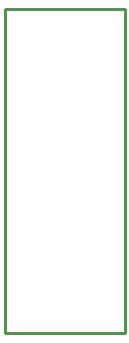
<source format=gko>
G04 Layer_Color=16711935*
%FSLAX24Y24*%
%MOIN*%
G70*
G01*
G75*
%ADD14C,0.0100*%
D14*
X35200Y24850D02*
Y35650D01*
X31200Y24850D02*
Y35650D01*
X35200D01*
X31200Y24850D02*
X35200D01*
M02*

</source>
